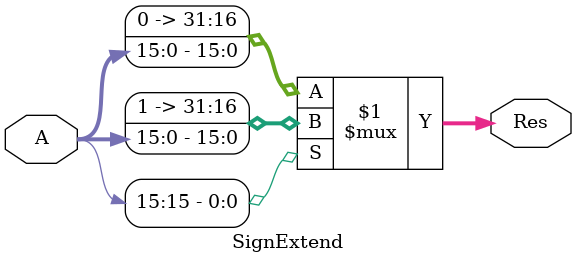
<source format=v>
`timescale 1ns/1ns
module SignExtend(input [15:0]A, output [31:0]Res);
  assign Res = A[15] ? {16'b1111111111111111,A} : {16'b0000000000000000,A};
endmodule

</source>
